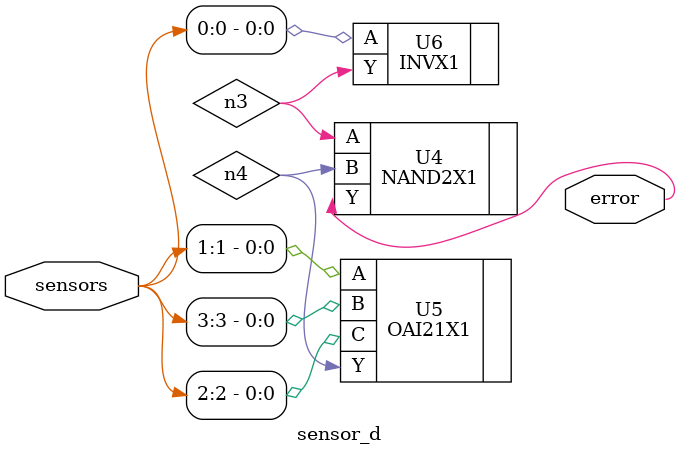
<source format=v>


module sensor_d ( sensors, error );
  input [3:0] sensors;
  output error;
  wire   n3, n4;

  NAND2X1 U4 ( .A(n3), .B(n4), .Y(error) );
  OAI21X1 U5 ( .A(sensors[1]), .B(sensors[3]), .C(sensors[2]), .Y(n4) );
  INVX1 U6 ( .A(sensors[0]), .Y(n3) );
endmodule


</source>
